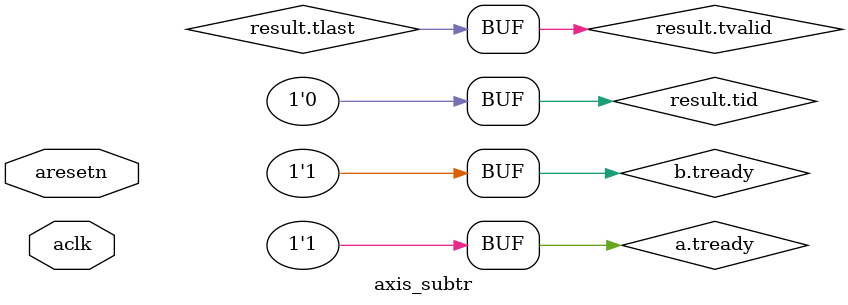
<source format=sv>
`timescale 1 ns / 1 ns

module axis_subtr(
	input aclk,
	input aresetn,
	
	IAxiStream.Slave a,
	IAxiStream.Slave b,
	IAxiStream.Master  result
);	
		
	logic ex;
	
	assign a.tready = 1;
	assign b.tready = 1;
	
	assign result.tlast = result.tvalid;
	assign result.tid = 0;
	
	Addition_Subtraction sub_inst(
		a.tdata,
		b.tdata,
		1,
		ex,
		result.tdata 
	);
		
	always_ff@(posedge aclk)
		if (!aresetn)
			result.tvalid <= 0;
		else
			result.tvalid <= a.tvalid & b.tvalid;
endmodule
</source>
